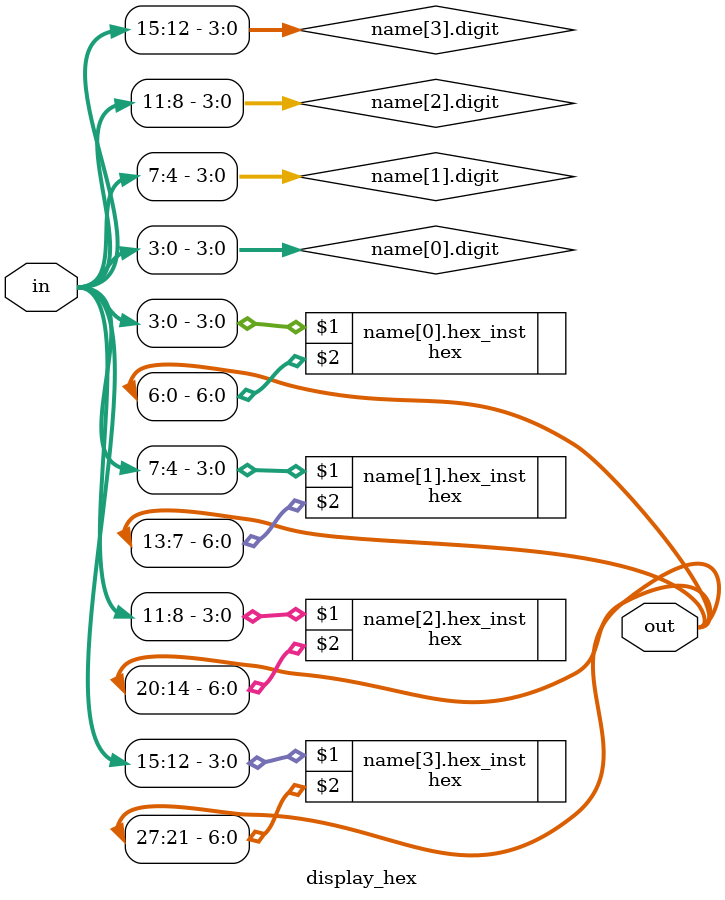
<source format=v>
module display_hex (
    input [15:0] in,
    output [27:0] out
);

    genvar i;
    generate
    for (i = 0; i < 4; i = i + 1) begin : name
        wire [3:0] digit = in[4 * i + 3 : 4 * i];
        hex hex_inst (
            digit,
            out[7 * i + 6 : 7 * i]
        );
    end
    endgenerate

    //assign out[20:14] = (out[20:14] != ~7'h3F) ? out[20:14] : ~7'h00;
    //assign out[27:21] = (out[27:21] != ~7'h3F) ? out[27:21] : ~7'h00;
    
endmodule
</source>
